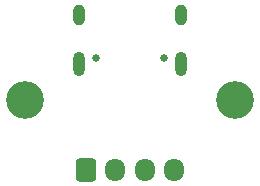
<source format=gbr>
%TF.GenerationSoftware,KiCad,Pcbnew,(7.0.0-0)*%
%TF.CreationDate,2023-03-15T20:38:16-05:00*%
%TF.ProjectId,USB-C Breakout,5553422d-4320-4427-9265-616b6f75742e,0*%
%TF.SameCoordinates,Original*%
%TF.FileFunction,Soldermask,Bot*%
%TF.FilePolarity,Negative*%
%FSLAX46Y46*%
G04 Gerber Fmt 4.6, Leading zero omitted, Abs format (unit mm)*
G04 Created by KiCad (PCBNEW (7.0.0-0)) date 2023-03-15 20:38:16*
%MOMM*%
%LPD*%
G01*
G04 APERTURE LIST*
G04 Aperture macros list*
%AMRoundRect*
0 Rectangle with rounded corners*
0 $1 Rounding radius*
0 $2 $3 $4 $5 $6 $7 $8 $9 X,Y pos of 4 corners*
0 Add a 4 corners polygon primitive as box body*
4,1,4,$2,$3,$4,$5,$6,$7,$8,$9,$2,$3,0*
0 Add four circle primitives for the rounded corners*
1,1,$1+$1,$2,$3*
1,1,$1+$1,$4,$5*
1,1,$1+$1,$6,$7*
1,1,$1+$1,$8,$9*
0 Add four rect primitives between the rounded corners*
20,1,$1+$1,$2,$3,$4,$5,0*
20,1,$1+$1,$4,$5,$6,$7,0*
20,1,$1+$1,$6,$7,$8,$9,0*
20,1,$1+$1,$8,$9,$2,$3,0*%
G04 Aperture macros list end*
%ADD10C,3.200000*%
%ADD11RoundRect,0.250000X-0.600000X-0.725000X0.600000X-0.725000X0.600000X0.725000X-0.600000X0.725000X0*%
%ADD12O,1.700000X1.950000*%
%ADD13C,0.650000*%
%ADD14O,1.000000X2.100000*%
%ADD15O,1.000000X1.800000*%
G04 APERTURE END LIST*
D10*
%TO.C,H1*%
X133250000Y-99000000D03*
%TD*%
%TO.C,H2*%
X151040170Y-99000000D03*
%TD*%
D11*
%TO.C,J2*%
X138395085Y-104900000D03*
D12*
X140895084Y-104899999D03*
X143395084Y-104899999D03*
X145895084Y-104899999D03*
%TD*%
D13*
%TO.C,J1*%
X145035085Y-95450000D03*
X139255085Y-95450000D03*
D14*
X146465084Y-95949999D03*
D15*
X146465084Y-91769999D03*
D14*
X137825084Y-95949999D03*
D15*
X137825084Y-91769999D03*
%TD*%
M02*

</source>
